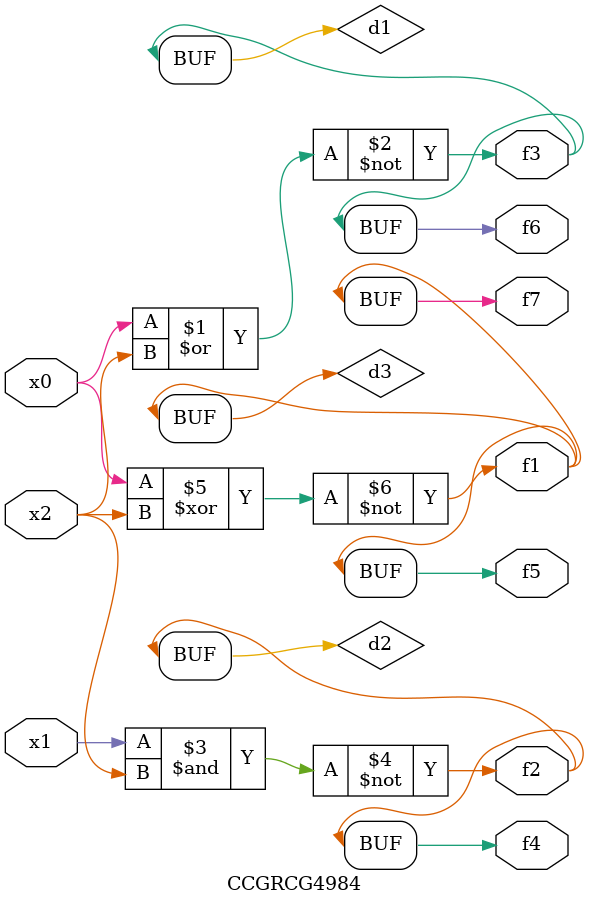
<source format=v>
module CCGRCG4984(
	input x0, x1, x2,
	output f1, f2, f3, f4, f5, f6, f7
);

	wire d1, d2, d3;

	nor (d1, x0, x2);
	nand (d2, x1, x2);
	xnor (d3, x0, x2);
	assign f1 = d3;
	assign f2 = d2;
	assign f3 = d1;
	assign f4 = d2;
	assign f5 = d3;
	assign f6 = d1;
	assign f7 = d3;
endmodule

</source>
